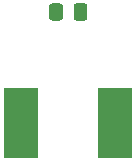
<source format=gts>
G04 #@! TF.GenerationSoftware,KiCad,Pcbnew,5.1.10*
G04 #@! TF.CreationDate,2021-10-22T12:48:29+02:00*
G04 #@! TF.ProjectId,rfid-breakout,72666964-2d62-4726-9561-6b6f75742e6b,rev?*
G04 #@! TF.SameCoordinates,Original*
G04 #@! TF.FileFunction,Soldermask,Top*
G04 #@! TF.FilePolarity,Negative*
%FSLAX46Y46*%
G04 Gerber Fmt 4.6, Leading zero omitted, Abs format (unit mm)*
G04 Created by KiCad (PCBNEW 5.1.10) date 2021-10-22 12:48:29*
%MOMM*%
%LPD*%
G01*
G04 APERTURE LIST*
%ADD10R,3.000000X6.000000*%
G04 APERTURE END LIST*
G36*
G01*
X145000000Y-90975000D02*
X145000000Y-90025000D01*
G75*
G02*
X145250000Y-89775000I250000J0D01*
G01*
X145925000Y-89775000D01*
G75*
G02*
X146175000Y-90025000I0J-250000D01*
G01*
X146175000Y-90975000D01*
G75*
G02*
X145925000Y-91225000I-250000J0D01*
G01*
X145250000Y-91225000D01*
G75*
G02*
X145000000Y-90975000I0J250000D01*
G01*
G37*
G36*
G01*
X147075000Y-90975000D02*
X147075000Y-90025000D01*
G75*
G02*
X147325000Y-89775000I250000J0D01*
G01*
X148000000Y-89775000D01*
G75*
G02*
X148250000Y-90025000I0J-250000D01*
G01*
X148250000Y-90975000D01*
G75*
G02*
X148000000Y-91225000I-250000J0D01*
G01*
X147325000Y-91225000D01*
G75*
G02*
X147075000Y-90975000I0J250000D01*
G01*
G37*
D10*
X150625000Y-99875000D03*
X142625000Y-99875000D03*
M02*

</source>
